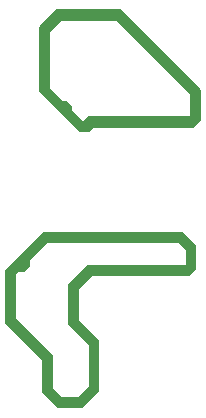
<source format=gbp>
G04 Layer_Color=128*
%FSLAX25Y25*%
%MOIN*%
G70*
G01*
G75*
G36*
X67913Y57677D02*
Y57480D01*
Y49803D01*
X65551Y47441D01*
X33071D01*
X28740Y43110D01*
X28740D01*
Y32677D01*
X35433Y25984D01*
X35630D01*
Y9055D01*
X35433Y8858D01*
X29921Y3347D01*
X21654D01*
X21457Y3543D01*
X16339Y8661D01*
Y8858D01*
Y19488D01*
X4134Y31693D01*
Y49016D01*
Y49213D01*
X16929Y62008D01*
X63583D01*
X67913Y57677D01*
D02*
G37*
G36*
X69488Y109449D02*
Y109252D01*
Y99213D01*
X67126Y96850D01*
X33465D01*
X32087Y95472D01*
X28740D01*
X15354Y108858D01*
Y130315D01*
X15748Y130709D01*
X21260Y136221D01*
X42717D01*
X69488Y109449D01*
D02*
G37*
%LPC*%
G36*
X41339Y132480D02*
X22835D01*
X19094Y128740D01*
Y110039D01*
X23425Y105709D01*
X24803D01*
X26575Y103937D01*
Y102559D01*
X30118Y99016D01*
X31693Y100591D01*
X65748D01*
X65945Y100787D01*
Y107874D01*
X65945D01*
X41339Y132480D01*
D02*
G37*
G36*
X62205Y58465D02*
X18307D01*
X12402Y52559D01*
Y50591D01*
X10630Y48819D01*
X8661D01*
X7677Y47835D01*
Y33268D01*
X20079Y20866D01*
Y9843D01*
X23031Y6890D01*
X28543D01*
X32087Y10433D01*
Y24409D01*
X25197Y31299D01*
Y44685D01*
X31496Y50984D01*
X64173D01*
X64567Y51378D01*
Y56102D01*
X62205Y58465D01*
D02*
G37*
%LPD*%
M02*

</source>
